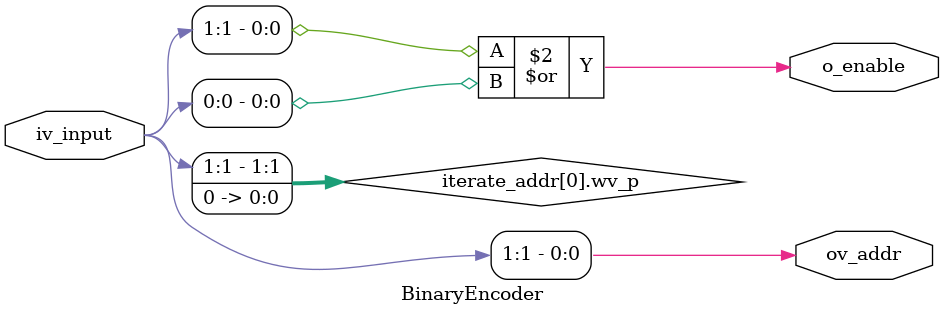
<source format=v>

module BinaryEncoder
		#(
			parameter p_WIDTH = 2 // Must be greater than one.
		) (
			input [p_WIDTH - 1 : 0] iv_input,
			output o_enable, // Active HIGH
			output [p_ADDR_WIDTH - 1 : 0] ov_addr
		);

localparam p_ADDR_WIDTH = $clog2(p_WIDTH);

// TODO: Check for any difference in LUT consumption.

assign o_enable = |ov_addr | iv_input[0];
//assign o_enable = |iv_input;

generate

	genvar i;
	genvar j;
	
	for(i = 0; i < p_ADDR_WIDTH; i = i + 1) begin : iterate_addr
	
		wire [p_WIDTH-1:0] wv_p;
		
		for(j = 0; j < p_WIDTH; j = j + 1) begin : gen_out
			assign wv_p[j] = ((j >> i) % 2) ? iv_input[j] : 1'b0;
		end
		
		assign ov_addr[i] = |wv_p;
		
	end
	
endgenerate

endmodule // BinaryEncoder


</source>
